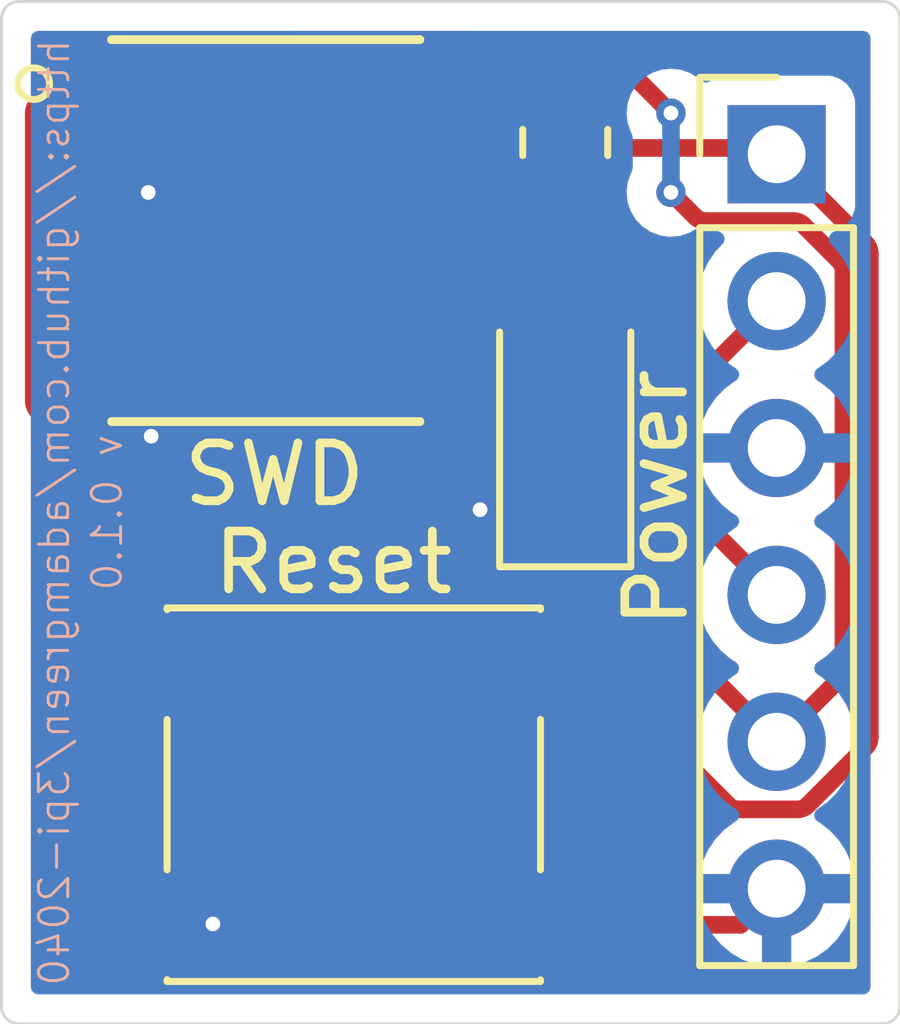
<source format=kicad_pcb>
(kicad_pcb (version 20211014) (generator pcbnew)
  (layers (0 "F.Cu" signal) (31 "B.Cu" signal) (34 "B.Paste" user) (35 "F.Paste" user) (36 "B.SilkS" user "B.Silkscreen") (37 "F.SilkS" user "F.Silkscreen") (38 "B.Mask" user) (39 "F.Mask" user) (44 "Edge.Cuts" user))
  (net 0 "")
  (net 1 "GND")
  (net 2 "Net-(D1-Pad2)")
  (net 3 "Net-(J1-Pad1)")
  (net 4 "Net-(J1-Pad2)")
  (net 5 "Net-(J1-Pad4)")
  (net 6 "+3.3V")
  (footprint "KiCAD_footprints:CON10_2X5_DUK_FTSH_SAI" (layer "F.Cu") (at 166.4208 74.9808 -90)
    (fp_text reference "J2" hide)
    (fp_text value "ARM SWD" hide)
    (fp_line (start 3.302 2.667) (end 3.302 -2.667) (layer "F.SilkS") (width 0.1524))
    (fp_line (start -3.302 -2.667) (end -3.302 2.667) (layer "F.SilkS") (width 0.1524))
    (pad "1" smd rect (at -2.54 2.032 270) (size 0.762 2.794) (layers "F.Cu" "F.Paste" "F.Mask") (net 6 "+3.3V"))
    (pad "2" smd rect (at -2.54 -2.032 270) (size 0.762 2.794) (layers "F.Cu" "F.Paste" "F.Mask") (net 4 "Net-(J1-Pad2)"))
    (pad "3" smd rect (at -1.27 2.032 270) (size 0.762 2.794) (layers "F.Cu" "F.Paste" "F.Mask") (net 1 "GND"))
    (pad "4" smd rect (at -1.27 -2.032 270) (size 0.762 2.794) (layers "F.Cu" "F.Paste" "F.Mask") (net 5 "Net-(J1-Pad4)"))
    (pad "5" smd rect (at 0 2.032 270) (size 0.762 2.794) (layers "F.Cu" "F.Paste" "F.Mask") (net 1 "GND"))
    (pad "6" smd rect (at 0 -2.032 270) (size 0.762 2.794) (layers "F.Cu" "F.Paste" "F.Mask"))
    (pad "7" smd rect (at 1.27 2.032 270) (size 0.762 2.794) (layers "F.Cu" "F.Paste" "F.Mask"))
    (pad "8" smd rect (at 1.27 -2.032 270) (size 0.762 2.794) (layers "F.Cu" "F.Paste" "F.Mask"))
    (pad "9" smd rect (at 2.54 2.032 270) (size 0.762 2.794) (layers "F.Cu" "F.Paste" "F.Mask") (net 1 "GND"))
    (pad "10" smd rect (at 2.54 -2.032 270) (size 0.762 2.794) (layers "F.Cu" "F.Paste" "F.Mask") (net 3 "Net-(J1-Pad1)"))
  )
  (footprint "Button_Switch_SMD:SW_Push_1P1T_NO_6x6mm_H9.5mm" (layer "F.Cu") (at 167.9448 84.7344)
    (fp_text reference "S1" hide)
    (fp_text value "nReset" hide)
    (fp_line (start 3.23 -1.3) (end 3.23 1.3) (layer "F.SilkS") (width 0.12))
    (fp_line (start -3.23 3.23) (end -3.23 3.2) (layer "F.SilkS") (width 0.12))
    (fp_line (start 3.23 -3.23) (end 3.23 -3.2) (layer "F.SilkS") (width 0.12))
    (fp_line (start -3.23 -1.3) (end -3.23 1.3) (layer "F.SilkS") (width 0.12))
    (fp_line (start -3.23 -3.2) (end -3.23 -3.23) (layer "F.SilkS") (width 0.12))
    (fp_line (start 3.23 3.23) (end 3.23 3.2) (layer "F.SilkS") (width 0.12))
    (fp_line (start -3.23 -3.23) (end 3.23 -3.23) (layer "F.SilkS") (width 0.12))
    (fp_line (start -3.23 3.23) (end 3.23 3.23) (layer "F.SilkS") (width 0.12))
    (pad "1" smd rect (at 3.975 -2.25) (size 1.55 1.3) (layers "F.Cu" "F.Paste" "F.Mask") (net 3 "Net-(J1-Pad1)"))
    (pad "1" smd rect (at -3.975 -2.25) (size 1.55 1.3) (layers "F.Cu" "F.Paste" "F.Mask") (net 3 "Net-(J1-Pad1)"))
    (pad "2" smd rect (at -3.975 2.25) (size 1.55 1.3) (layers "F.Cu" "F.Paste" "F.Mask") (net 1 "GND"))
    (pad "2" smd rect (at 3.975 2.25) (size 1.55 1.3) (layers "F.Cu" "F.Paste" "F.Mask") (net 1 "GND"))
  )
  (footprint "Connector_PinHeader_2.54mm:PinHeader_1x06_P2.54mm_Vertical" (layer "F.Cu") (at 175.26 73.66)
    (fp_text reference "J1" hide)
    (fp_text value "Debug" hide)
    (fp_line (start -1.33 14.03) (end 1.33 14.03) (layer "F.SilkS") (width 0.12))
    (fp_line (start -1.33 1.27) (end -1.33 14.03) (layer "F.SilkS") (width 0.12))
    (fp_line (start 1.33 1.27) (end 1.33 14.03) (layer "F.SilkS") (width 0.12))
    (fp_line (start -1.33 0) (end -1.33 -1.33) (layer "F.SilkS") (width 0.12))
    (fp_line (start -1.33 -1.33) (end 0 -1.33) (layer "F.SilkS") (width 0.12))
    (fp_line (start -1.33 1.27) (end 1.33 1.27) (layer "F.SilkS") (width 0.12))
    (pad "1" thru_hole rect (at 0 0) (size 1.7 1.7) (drill 1) (layers *.Cu *.Mask) (net 3 "Net-(J1-Pad1)"))
    (pad "2" thru_hole oval (at 0 2.54) (size 1.7 1.7) (drill 1) (layers *.Cu *.Mask) (net 4 "Net-(J1-Pad2)"))
    (pad "3" thru_hole oval (at 0 5.08) (size 1.7 1.7) (drill 1) (layers *.Cu *.Mask) (net 1 "GND"))
    (pad "4" thru_hole oval (at 0 7.62) (size 1.7 1.7) (drill 1) (layers *.Cu *.Mask) (net 5 "Net-(J1-Pad4)"))
    (pad "5" thru_hole oval (at 0 10.16) (size 1.7 1.7) (drill 1) (layers *.Cu *.Mask) (net 6 "+3.3V"))
    (pad "6" thru_hole oval (at 0 12.7) (size 1.7 1.7) (drill 1) (layers *.Cu *.Mask) (net 1 "GND"))
  )
  (footprint "LED_SMD:LED_1206_3216Metric_Pad1.42x1.75mm_HandSolder" (layer "F.Cu") (at 171.6024 78.3336 90)
    (fp_text reference "D1" hide)
    (fp_text value "Power LED" hide)
    (fp_line (start -2.46 1.135) (end 1.6 1.135) (layer "F.SilkS") (width 0.12))
    (fp_line (start 1.6 -1.135) (end -2.46 -1.135) (layer "F.SilkS") (width 0.12))
    (fp_line (start -2.46 -1.135) (end -2.46 1.135) (layer "F.SilkS") (width 0.12))
    (pad "1" smd roundrect (at -1.4875 0 90) (size 1.425 1.75) (layers "F.Cu" "F.Paste" "F.Mask") (roundrect_rratio 0.175439) (net 1 "GND"))
    (pad "2" smd roundrect (at 1.4875 0 90) (size 1.425 1.75) (layers "F.Cu" "F.Paste" "F.Mask") (roundrect_rratio 0.175439) (net 2 "Net-(D1-Pad2)"))
  )
  (footprint "Resistor_SMD:R_0805_2012Metric_Pad1.20x1.40mm_HandSolder" (layer "F.Cu") (at 171.6024 73.4568 -90)
    (fp_text reference "R1" hide)
    (fp_text value "2.2k" hide)
    (fp_line (start -0.227064 0.735) (end 0.227064 0.735) (layer "F.SilkS") (width 0.12))
    (fp_line (start -0.227064 -0.735) (end 0.227064 -0.735) (layer "F.SilkS") (width 0.12))
    (pad "1" smd roundrect (at -1 0 270) (size 1.2 1.4) (layers "F.Cu" "F.Paste" "F.Mask") (roundrect_rratio 0.208333) (net 6 "+3.3V"))
    (pad "2" smd roundrect (at 1 0 270) (size 1.2 1.4) (layers "F.Cu" "F.Paste" "F.Mask") (roundrect_rratio 0.208333) (net 2 "Net-(D1-Pad2)"))
  )
  (gr_circle (center 162.4076 72.4408) (end 162.5092 72.1868) (layer "F.SilkS") (width 0.12) (fill none))
  (gr_line (start 177.3936 88.392) (end 177.3936 71.3232) (layer "Edge.Cuts") (width 0.05))
  (gr_line (start 161.8488 71.3232) (end 161.8488 88.392) (layer "Edge.Cuts") (width 0.05))
  (gr_arc (start 161.8488 71.3232) (mid 161.938074 71.107674) (end 162.1536 71.0184) (layer "Edge.Cuts") (width 0.05))
  (gr_arc (start 177.3936 88.392) (mid 177.304326 88.607526) (end 177.0888 88.6968) (layer "Edge.Cuts") (width 0.05))
  (gr_line (start 162.1536 88.6968) (end 177.0888 88.6968) (layer "Edge.Cuts") (width 0.05))
  (gr_line (start 177.0888 71.0184) (end 162.1536 71.0184) (layer "Edge.Cuts") (width 0.05))
  (gr_arc (start 177.0888 71.0184) (mid 177.304326 71.107674) (end 177.3936 71.3232) (layer "Edge.Cuts") (width 0.05))
  (gr_arc (start 162.1536 88.6968) (mid 161.938074 88.607526) (end 161.8488 88.392) (layer "Edge.Cuts") (width 0.05))
  (gr_text "v 0.1.0" (at 163.6776 79.8576 90) (layer "B.SilkS") (effects (font (size 0.508 0.508) (thickness 0.0508)) (justify mirror)))
  (gr_text "https://github.com/adamgreen/3pi-2040" (at 162.7632 79.8576 90) (layer "B.SilkS") (effects (font (size 0.508 0.508) (thickness 0.0508)) (justify mirror)))
  (gr_text "SWD" (at 166.5732 79.1972) (layer "F.SilkS") (effects (font (size 1 1))))
  (gr_text "Power" (at 173.1772 79.6036 90) (layer "F.SilkS") (effects (font (size 1 1))))
  (gr_text "Reset" (at 167.5892 80.7212) (layer "F.SilkS") (effects (font (size 1 1))))
  (segment (start 164.3888 74.3204) (end 164.3888 73.7108) (width 0.3048) (layer "F.Cu") (net 1))
  (segment (start 171.6024 79.8211) (end 170.1435 79.8211) (width 0.3048) (layer "F.Cu") (net 1))
  (segment (start 171.9198 86.9844) (end 174.6356 86.9844) (width 0.3048) (layer "F.Cu") (net 1))
  (segment (start 163.9698 86.9844) (end 165.4916 86.9844) (width 0.3048) (layer "F.Cu") (net 1))
  (segment (start 170.1435 79.8211) (end 170.1292 79.8068) (width 0.3048) (layer "F.Cu") (net 1))
  (segment (start 165.4916 86.9844) (end 165.5064 86.9696) (width 0.3048) (layer "F.Cu") (net 1))
  (segment (start 164.3888 78.486) (end 164.4396 78.5368) (width 0.3048) (layer "F.Cu") (net 1))
  (segment (start 164.3888 74.9808) (end 164.3888 74.3204) (width 0.3048) (layer "F.Cu") (net 1))
  (segment (start 174.6356 86.9844) (end 175.26 86.36) (width 0.3048) (layer "F.Cu") (net 1))
  (segment (start 164.3888 77.5208) (end 164.3888 78.486) (width 0.3048) (layer "F.Cu") (net 1))
  (via (at 164.4396 78.5368) (size 0.508) (drill 0.254) (layers "F.Cu" "B.Cu") (net 1))
  (via (at 165.5064 86.9696) (size 0.508) (drill 0.254) (layers "F.Cu" "B.Cu") (net 1))
  (via (at 170.1292 79.8068) (size 0.508) (drill 0.254) (layers "F.Cu" "B.Cu") (net 1))
  (via (at 164.3888 74.3204) (size 0.508) (drill 0.254) (layers "F.Cu" "B.Cu") (net 1))
  (segment (start 171.6024 76.8461) (end 171.6024 74.4568) (width 0.3048) (layer "F.Cu") (net 2))
  (segment (start 170.2816 74.27321) (end 170.2816 77.11079) (width 0.3048) (layer "F.Cu") (net 3))
  (segment (start 175.26 73.66) (end 175.226395 73.626395) (width 0.3048) (layer "F.Cu") (net 3))
  (segment (start 176.797605 75.197605) (end 175.26 73.66) (width 0.3048) (layer "F.Cu") (net 3))
  (segment (start 171.994 82.4844) (end 174.423605 84.914005) (width 0.3048) (layer "F.Cu") (net 3))
  (segment (start 175.799129 84.914005) (end 176.797605 83.915529) (width 0.3048) (layer "F.Cu") (net 3))
  (segment (start 170.823205 73.626395) (end 170.355995 74.093605) (width 0.3048) (layer "F.Cu") (net 3))
  (segment (start 171.9198 82.4844) (end 171.994 82.4844) (width 0.3048) (layer "F.Cu") (net 3))
  (segment (start 170.207205 77.290395) (end 170.051195 77.446405) (width 0.3048) (layer "F.Cu") (net 3))
  (segment (start 169.87159 77.5208) (end 168.4528 77.5208) (width 0.3048) (layer "F.Cu") (net 3))
  (segment (start 171.9198 82.4844) (end 163.9698 82.4844) (width 0.3048) (layer "F.Cu") (net 3))
  (segment (start 174.60321 84.9884) (end 175.619524 84.9884) (width 0.3048) (layer "F.Cu") (net 3))
  (segment (start 175.04679 73.552) (end 171.00281 73.552) (width 0.3048) (layer "F.Cu") (net 3))
  (segment (start 176.872 83.735924) (end 176.872 75.37721) (width 0.3048) (layer "F.Cu") (net 3))
  (arc (start 170.207205 77.290395) (mid 170.262265 77.207992) (end 170.2816 77.11079) (width 0.3048) (layer "F.Cu") (net 3))
  (arc (start 174.423605 84.914005) (mid 174.506008 84.969065) (end 174.60321 84.9884) (width 0.3048) (layer "F.Cu") (net 3))
  (arc (start 176.872 83.735924) (mid 176.852665 83.833126) (end 176.797605 83.915529) (width 0.3048) (layer "F.Cu") (net 3))
  (arc (start 170.051195 77.446405) (mid 169.968792 77.501465) (end 169.87159 77.5208) (width 0.3048) (layer "F.Cu") (net 3))
  (arc (start 170.823205 73.626395) (mid 170.905608 73.571335) (end 171.00281 73.552) (width 0.3048) (layer "F.Cu") (net 3))
  (arc (start 175.799129 84.914005) (mid 175.716726 84.969065) (end 175.619524 84.9884) (width 0.3048) (layer "F.Cu") (net 3))
  (arc (start 170.355995 74.093605) (mid 170.300935 74.176008) (end 170.2816 74.27321) (width 0.3048) (layer "F.Cu") (net 3))
  (arc (start 175.226395 73.626395) (mid 175.143992 73.571335) (end 175.04679 73.552) (width 0.3048) (layer "F.Cu") (net 3))
  (arc (start 176.797605 75.197605) (mid 176.852665 75.280008) (end 176.872 75.37721) (width 0.3048) (layer "F.Cu") (net 3))
  (segment (start 166.751 78.2066) (end 166.803605 78.259205) (width 0.3048) (layer "F.Cu") (net 4))
  (segment (start 166.98321 78.3336) (end 169.97319 78.3336) (width 0.3048) (layer "F.Cu") (net 4))
  (segment (start 170.65381 77.8634) (end 173.49139 77.8634) (width 0.3048) (layer "F.Cu") (net 4))
  (segment (start 166.751 73.23181) (end 166.751 78.2066) (width 0.3048) (layer "F.Cu") (net 4))
  (segment (start 173.670995 77.789005) (end 175.26 76.2) (width 0.3048) (layer "F.Cu") (net 4))
  (segment (start 167.362405 72.515195) (end 166.825395 73.052205) (width 0.3048) (layer "F.Cu") (net 4))
  (segment (start 170.152795 78.259205) (end 170.474205 77.937795) (width 0.3048) (layer "F.Cu") (net 4))
  (segment (start 168.4528 72.4408) (end 167.54201 72.4408) (width 0.3048) (layer "F.Cu") (net 4))
  (arc (start 167.362405 72.515195) (mid 167.444808 72.460135) (end 167.54201 72.4408) (width 0.3048) (layer "F.Cu") (net 4))
  (arc (start 173.49139 77.8634) (mid 173.588592 77.844065) (end 173.670995 77.789005) (width 0.3048) (layer "F.Cu") (net 4))
  (arc (start 166.825395 73.052205) (mid 166.770335 73.134608) (end 166.751 73.23181) (width 0.3048) (layer "F.Cu") (net 4))
  (arc (start 170.65381 77.8634) (mid 170.556608 77.882735) (end 170.474205 77.937795) (width 0.3048) (layer "F.Cu") (net 4))
  (arc (start 169.97319 78.3336) (mid 170.070392 78.314265) (end 170.152795 78.259205) (width 0.3048) (layer "F.Cu") (net 4))
  (arc (start 166.98321 78.3336) (mid 166.886008 78.314265) (end 166.803605 78.259205) (width 0.3048) (layer "F.Cu") (net 4))
  (segment (start 166.778205 71.753195) (end 166.342795 72.188605) (width 0.3048) (layer "F.Cu") (net 5))
  (segment (start 169.92239 71.6788) (end 166.95781 71.6788) (width 0.3048) (layer "F.Cu") (net 5))
  (segment (start 169.847995 73.636405) (end 170.207205 73.277195) (width 0.3048) (layer "F.Cu") (net 5))
  (segment (start 168.4528 73.7108) (end 169.66839 73.7108) (width 0.3048) (layer "F.Cu") (net 5))
  (segment (start 170.64081 78.5368) (end 172.41159 78.5368) (width 0.3048) (layer "F.Cu") (net 5))
  (segment (start 170.355995 78.716405) (end 170.461205 78.611195) (width 0.3048) (layer "F.Cu") (net 5))
  (segment (start 170.207205 71.858405) (end 170.101995 71.753195) (width 0.3048) (layer "F.Cu") (net 5))
  (segment (start 166.2684 72.36821) (end 166.2684 78.27919) (width 0.3048) (layer "F.Cu") (net 5))
  (segment (start 170.2816 73.09759) (end 170.2816 72.03801) (width 0.3048) (layer "F.Cu") (net 5))
  (segment (start 166.342795 78.458795) (end 166.600405 78.716405) (width 0.3048) (layer "F.Cu") (net 5))
  (segment (start 166.78001 78.7908) (end 170.17639 78.7908) (width 0.3048) (layer "F.Cu") (net 5))
  (segment (start 172.591195 78.611195) (end 175.26 81.28) (width 0.3048) (layer "F.Cu") (net 5))
  (arc (start 166.95781 71.6788) (mid 166.860608 71.698135) (end 166.778205 71.753195) (width 0.3048) (layer "F.Cu") (net 5))
  (arc (start 170.207205 73.277195) (mid 170.262265 73.194792) (end 170.2816 73.09759) (width 0.3048) (layer "F.Cu") (net 5))
  (arc (start 169.92239 71.6788) (mid 170.019592 71.698135) (end 170.101995 71.753195) (width 0.3048) (layer "F.Cu") (net 5))
  (arc (start 170.207205 71.858405) (mid 170.262265 71.940808) (end 170.2816 72.03801) (width 0.3048) (layer "F.Cu") (net 5))
  (arc (start 170.17639 78.7908) (mid 170.273592 78.771465) (end 170.355995 78.716405) (width 0.3048) (layer "F.Cu") (net 5))
  (arc (start 169.66839 73.7108) (mid 169.765592 73.691465) (end 169.847995 73.636405) (width 0.3048) (layer "F.Cu") (net 5))
  (arc (start 166.2684 78.27919) (mid 166.287735 78.376392) (end 166.342795 78.458795) (width 0.3048) (layer "F.Cu") (net 5))
  (arc (start 172.41159 78.5368) (mid 172.508792 78.556135) (end 172.591195 78.611195) (width 0.3048) (layer "F.Cu") (net 5))
  (arc (start 166.2684 72.36821) (mid 166.287735 72.271008) (end 166.342795 72.188605) (width 0.3048) (layer "F.Cu") (net 5))
  (arc (start 166.78001 78.7908) (mid 166.682808 78.771465) (end 166.600405 78.716405) (width 0.3048) (layer "F.Cu") (net 5))
  (arc (start 170.64081 78.5368) (mid 170.543608 78.556135) (end 170.461205 78.611195) (width 0.3048) (layer "F.Cu") (net 5))
  (segment (start 173.4312 74.3204) (end 173.851205 74.740405) (width 0.3048) (layer "F.Cu") (net 6))
  (segment (start 175.727195 74.889195) (end 176.340405 75.502405) (width 0.3048) (layer "F.Cu") (net 6))
  (segment (start 176.340405 82.739595) (end 175.26 83.82) (width 0.3048) (layer "F.Cu") (net 6))
  (segment (start 176.4148 75.68201) (end 176.4148 82.55999) (width 0.3048) (layer "F.Cu") (net 6))
  (segment (start 173.4312 72.9488) (end 172.7708 72.2884) (width 0.3048) (layer "F.Cu") (net 6))
  (segment (start 172.7708 72.2884) (end 171.7708 72.2884) (width 0.3048) (layer "F.Cu") (net 6))
  (segment (start 174.03081 74.8148) (end 175.54759 74.8148) (width 0.3048) (layer "F.Cu") (net 6))
  (segment (start 172.86439 81.5296) (end 166.01361 81.5296) (width 0.3048) (layer "F.Cu") (net 6))
  (segment (start 162.4076 72.95241) (end 162.4076 77.92359) (width 0.3048) (layer "F.Cu") (net 6))
  (segment (start 175.26 83.82) (end 173.043995 81.603995) (width 0.3048) (layer "F.Cu") (net 6))
  (segment (start 165.834005 81.455205) (end 162.481995 78.103195) (width 0.3048) (layer "F.Cu") (net 6))
  (segment (start 171.7708 72.2884) (end 171.6024 72.4568) (width 0.3048) (layer "F.Cu") (net 6))
  (segment (start 162.91921 72.4408) (end 164.3888 72.4408) (width 0.3048) (layer "F.Cu") (net 6))
  (segment (start 162.481995 72.772805) (end 162.739605 72.515195) (width 0.3048) (layer "F.Cu") (net 6))
  (via (at 173.4312 72.9488) (size 0.508) (drill 0.254) (layers "F.Cu" "B.Cu") (net 6))
  (via (at 173.4312 74.3204) (size 0.508) (drill 0.254) (layers "F.Cu" "B.Cu") (net 6))
  (arc (start 162.91921 72.4408) (mid 162.822008 72.460135) (end 162.739605 72.515195) (width 0.3048) (layer "F.Cu") (net 6))
  (arc (start 173.851205 74.740405) (mid 173.933608 74.795465) (end 174.03081 74.8148) (width 0.3048) (layer "F.Cu") (net 6))
  (arc (start 176.4148 82.55999) (mid 176.395465 82.657192) (end 176.340405 82.739595) (width 0.3048) (layer "F.Cu") (net 6))
  (arc (start 162.4076 77.92359) (mid 162.426935 78.020792) (end 162.481995 78.103195) (width 0.3048) (layer "F.Cu") (net 6))
  (arc (start 176.4148 75.68201) (mid 176.395465 75.584808) (end 176.340405 75.502405) (width 0.3048) (layer "F.Cu") (net 6))
  (arc (start 162.4076 72.95241) (mid 162.426935 72.855208) (end 162.481995 72.772805) (width 0.3048) (layer "F.Cu") (net 6))
  (arc (start 172.86439 81.5296) (mid 172.961592 81.548935) (end 173.043995 81.603995) (width 0.3048) (layer "F.Cu") (net 6))
  (arc (start 175.727195 74.889195) (mid 175.644792 74.834135) (end 175.54759 74.8148) (width 0.3048) (layer "F.Cu") (net 6))
  (arc (start 166.01361 81.5296) (mid 165.916408 81.510265) (end 165.834005 81.455205) (width 0.3048) (layer "F.Cu") (net 6))
  (segment (start 173.4312 74.3204) (end 173.4312 72.9488) (width 0.3048) (layer "B.Cu") (net 6))
  (zone (net 1) (net_name "GND") (layer "B.Cu") (connect_pads (clearance 0.508)) (min_thickness 0.254) (fill yes (thermal_gap 0.508) (thermal_bridge_width 0.508))
    (polygon (pts (xy 177.3936 88.6968) (xy 161.8488 88.6968) (xy 161.8488 71.0184) (xy 177.3936 71.0184)))
  )
)
</source>
